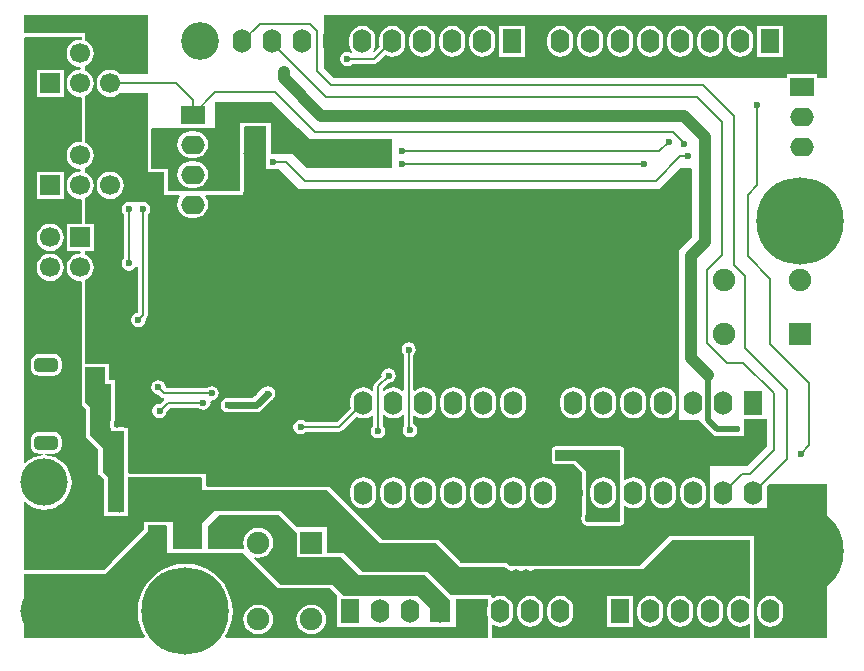
<source format=gbl>
%FSLAX44Y44*%
%MOMM*%
G71*
G01*
G75*
G04 Layer_Physical_Order=2*
G04 Layer_Color=16711680*
%ADD10R,2.5000X2.6000*%
%ADD11R,2.7000X2.0000*%
%ADD12R,1.6000X3.0000*%
%ADD13R,1.3000X0.7000*%
%ADD14R,0.9000X1.3000*%
%ADD15R,0.7000X1.3000*%
%ADD16R,1.5000X0.5000*%
%ADD17R,0.5000X1.5000*%
%ADD18R,1.3000X0.9000*%
%ADD19R,0.8000X0.8000*%
%ADD20R,0.5588X0.6858*%
%ADD21R,0.6858X0.5588*%
%ADD22C,1.0160*%
%ADD23R,1.4000X1.6000*%
%ADD24R,1.9000X1.9000*%
%ADD25R,1.3500X0.4000*%
%ADD26R,1.0000X0.5500*%
%ADD27R,0.5500X1.0000*%
%ADD28R,0.9000X0.6000*%
%ADD29R,0.6000X2.2000*%
%ADD30R,3.5000X2.2000*%
%ADD31R,2.6000X2.5000*%
%ADD32C,0.2000*%
%ADD33C,0.6000*%
%ADD34C,0.8000*%
%ADD35C,0.5000*%
%ADD36C,0.4000*%
%ADD37C,1.0000*%
%ADD38C,0.9000*%
%ADD39R,1.6000X2.0000*%
%ADD40O,1.6000X2.0000*%
%ADD41R,1.7000X1.7000*%
%ADD42C,1.7000*%
%ADD43O,2.0000X1.6000*%
%ADD44R,2.0000X1.6000*%
G04:AMPARAMS|DCode=45|XSize=2mm|YSize=1.2mm|CornerRadius=0.36mm|HoleSize=0mm|Usage=FLASHONLY|Rotation=0.000|XOffset=0mm|YOffset=0mm|HoleType=Round|Shape=RoundedRectangle|*
%AMROUNDEDRECTD45*
21,1,2.0000,0.4800,0,0,0.0*
21,1,1.2800,1.2000,0,0,0.0*
1,1,0.7200,0.6400,-0.2400*
1,1,0.7200,-0.6400,-0.2400*
1,1,0.7200,-0.6400,0.2400*
1,1,0.7200,0.6400,0.2400*
%
%ADD45ROUNDEDRECTD45*%
%ADD46C,4.0000*%
%ADD47C,7.4000*%
%ADD48C,3.2000*%
%ADD49R,1.9000X1.9000*%
%ADD50C,1.9000*%
%ADD51C,0.6000*%
G36*
X72000Y218000D02*
X77000D01*
Y187317D01*
X76348Y186341D01*
X75882Y184000D01*
X76348Y181659D01*
X77000Y180683D01*
Y178000D01*
X81409D01*
X82000Y177882D01*
X82591Y178000D01*
X88000D01*
X88000Y156591D01*
X87882Y156000D01*
X88000Y155409D01*
X88000Y139295D01*
X87941Y139000D01*
X87941Y109059D01*
X84591Y109059D01*
X84296Y109000D01*
X83705Y109000D01*
X83409Y109059D01*
X74957Y109059D01*
X74059Y109957D01*
X74059Y137000D01*
X74059Y137000D01*
X74000Y137296D01*
Y139000D01*
X70000Y143000D01*
X70000Y164000D01*
X59059Y174941D01*
Y185000D01*
X59059Y196000D01*
Y196000D01*
Y196000D01*
X59000Y196295D01*
Y198000D01*
X55059Y201942D01*
Y231970D01*
X72000D01*
Y218000D01*
D02*
G37*
G36*
X234000Y92000D02*
Y82455D01*
X234000Y72270D01*
Y72270D01*
Y72270D01*
X234000Y71000D01*
X234000Y71000D01*
X235270Y71000D01*
X235270D01*
D01*
X240333D01*
X271999Y71000D01*
X284000Y59000D01*
X287000Y56000D01*
X343000D01*
X358000Y41000D01*
X364000Y35000D01*
Y16000D01*
X347000D01*
Y27000D01*
Y28000D01*
X338000Y37000D01*
X336600Y38400D01*
X330921Y38400D01*
X330200Y38495D01*
X329479Y38400D01*
X305522Y38400D01*
X304800Y38495D01*
X304078Y38400D01*
X290400Y38400D01*
X290400Y38400D01*
Y38400D01*
X273600D01*
X267000Y45000D01*
X264000Y48000D01*
X262696D01*
X262400Y48059D01*
X262400Y48059D01*
X250000D01*
X219941Y48059D01*
X197755Y70245D01*
X198510Y71286D01*
X201500Y70892D01*
X204763Y71322D01*
X207804Y72581D01*
X210415Y74585D01*
X212419Y77196D01*
X213678Y80237D01*
X214108Y83500D01*
X213678Y86763D01*
X212419Y89804D01*
X210415Y92415D01*
X207804Y94419D01*
X204763Y95678D01*
X201500Y96108D01*
X198237Y95678D01*
X195196Y94419D01*
X192585Y92415D01*
X190581Y89804D01*
X189322Y86763D01*
X188892Y83500D01*
X189322Y80237D01*
X189722Y79270D01*
X188874Y78000D01*
X188295D01*
X188000Y78059D01*
X188000Y78059D01*
X167721D01*
X167523Y78019D01*
X167322Y78033D01*
X167074Y78000D01*
X166926D01*
X166678Y78033D01*
X166477Y78019D01*
X166279Y78059D01*
X159000D01*
Y98000D01*
X168000Y107000D01*
X219000Y107000D01*
X234000Y92000D01*
D02*
G37*
G36*
X108000Y480000D02*
X84894D01*
X84402Y480642D01*
X82000Y482485D01*
X79202Y483644D01*
X76200Y484039D01*
X73198Y483644D01*
X70400Y482485D01*
X67998Y480642D01*
X66155Y478240D01*
X64996Y475442D01*
X64601Y472440D01*
X64996Y469438D01*
X66155Y466640D01*
X67998Y464238D01*
X68000Y464237D01*
Y464000D01*
X68308D01*
X70400Y462395D01*
X73198Y461236D01*
X76200Y460841D01*
X79202Y461236D01*
X82000Y462395D01*
X84092Y464000D01*
X108000D01*
Y434398D01*
X107941Y434102D01*
X107941Y434102D01*
X107941Y400001D01*
Y400001D01*
X108000Y399705D01*
Y397000D01*
X110708D01*
X111000Y396942D01*
X121941Y396942D01*
Y381898D01*
X121941Y381898D01*
X122000Y381603D01*
Y378000D01*
X125601D01*
X125898Y377941D01*
X125898Y377941D01*
X134781Y377941D01*
X135407Y376671D01*
X134391Y375348D01*
X133283Y372672D01*
X132905Y369800D01*
X133283Y366928D01*
X134391Y364253D01*
X136155Y361955D01*
X138453Y360191D01*
X141128Y359083D01*
X144000Y358705D01*
X148000D01*
X150872Y359083D01*
X153547Y360191D01*
X155845Y361955D01*
X157608Y364253D01*
X158717Y366928D01*
X159095Y369800D01*
X158717Y372672D01*
X157608Y375348D01*
X156593Y376671D01*
X157219Y377941D01*
X186000Y377941D01*
X186296Y378000D01*
X189000D01*
Y380705D01*
X189059Y381000D01*
X189059Y412409D01*
X189000Y412705D01*
Y413006D01*
Y413296D01*
X189059Y413591D01*
Y435059D01*
X189941Y435941D01*
X198409D01*
X198704Y436000D01*
X199296Y436000D01*
X199591Y435941D01*
X208000D01*
X208000Y406591D01*
X207882Y406000D01*
X208000Y405409D01*
Y400000D01*
X213409D01*
X214000Y399883D01*
X214591Y400000D01*
X217000D01*
X219000Y400000D01*
X236000Y383000D01*
X541000Y383000D01*
X559000Y401000D01*
X568102Y401000D01*
X569000Y400102D01*
X569000Y342000D01*
X567000Y340000D01*
X558000Y331000D01*
Y187000D01*
X575000D01*
X588000Y174000D01*
X606409Y174000D01*
X607000Y173883D01*
X607591Y174000D01*
X613000Y174000D01*
Y179409D01*
X613117Y180000D01*
X613000Y180591D01*
Y188000D01*
X632000D01*
Y183000D01*
Y165000D01*
X631000Y164000D01*
X615000Y148000D01*
X584000Y148000D01*
Y113000D01*
X592478D01*
X595250Y112635D01*
X598022Y113000D01*
X617878Y113000D01*
X620650Y112635D01*
X623422Y113000D01*
X632000D01*
Y131312D01*
X633688Y133000D01*
X671000D01*
X683000Y133000D01*
X683000Y3898D01*
X682102Y3000D01*
X622009D01*
X621059Y3898D01*
X621059Y3898D01*
Y14380D01*
X621000Y14675D01*
Y36125D01*
X621059Y36421D01*
X621059Y86000D01*
X621000Y86295D01*
Y89000D01*
X618295D01*
X618000Y89059D01*
X587000Y89059D01*
X552000Y89059D01*
X551704Y89000D01*
X549400D01*
X524459Y64059D01*
X435317Y64059D01*
X435021Y64000D01*
X428979Y64000D01*
X428683Y64059D01*
X427317Y64059D01*
X427021Y64000D01*
X420978D01*
X420684Y64059D01*
X419316D01*
X419022Y64000D01*
X419000D01*
X414160D01*
X412160Y66000D01*
X411083Y66000D01*
X410788Y66059D01*
X375590Y66059D01*
X375294Y66000D01*
X374993Y66000D01*
X374993Y66000D01*
X374706D01*
X374410Y66059D01*
X373941D01*
X354000Y86000D01*
X352298D01*
X352000Y86059D01*
X352000Y86059D01*
X306941Y86059D01*
X272000Y121000D01*
X262000Y131000D01*
X260296D01*
X260000Y131059D01*
X260000Y131059D01*
X231591Y131059D01*
X231296Y131000D01*
X231005Y131000D01*
X231000D01*
X230994D01*
X230704Y131000D01*
X230409Y131059D01*
X160591Y131059D01*
X160296Y131000D01*
X159994D01*
X159705D01*
X159409Y131059D01*
X157957D01*
X157059Y131957D01*
Y133409D01*
X157000Y133705D01*
Y134295D01*
X157059Y134591D01*
X157059Y138102D01*
X157059Y138102D01*
X157000Y138397D01*
Y142000D01*
X153398D01*
X153102Y142059D01*
X153102Y142059D01*
X147296D01*
X147000Y142118D01*
X146705Y142059D01*
X91957Y142059D01*
X91059Y142957D01*
X91059Y155409D01*
X91000Y155704D01*
Y156295D01*
X91059Y156591D01*
X91059Y178000D01*
X91000Y178295D01*
Y181000D01*
X88295D01*
X88000Y181059D01*
X82591D01*
X82296Y181000D01*
X81705D01*
X81409Y181059D01*
X80000D01*
Y186720D01*
Y187021D01*
X80059Y187317D01*
Y218000D01*
X80000Y218295D01*
Y221000D01*
X77295D01*
X77000Y221059D01*
X75059D01*
Y231970D01*
X75000Y232265D01*
Y235000D01*
X72145D01*
X72000Y235029D01*
X55957D01*
X55059Y235927D01*
X55059Y304196D01*
X55039Y304295D01*
X55052Y304396D01*
X55000Y304590D01*
Y305892D01*
X56600Y306555D01*
X59002Y308398D01*
X60845Y310800D01*
X62004Y313598D01*
X62399Y316600D01*
X62004Y319602D01*
X60845Y322400D01*
X59002Y324802D01*
X56600Y326645D01*
X55000Y327308D01*
Y330500D01*
X62300D01*
Y353500D01*
X55957D01*
X55059Y354398D01*
X55059Y373676D01*
X55039Y373775D01*
X55052Y373876D01*
X55000Y374070D01*
Y375372D01*
X56600Y376035D01*
X59002Y377878D01*
X60845Y380280D01*
X62004Y383078D01*
X62399Y386080D01*
X62004Y389082D01*
X60845Y391880D01*
X59002Y394282D01*
X56600Y396125D01*
X55000Y396788D01*
Y400772D01*
X56600Y401435D01*
X59002Y403278D01*
X60845Y405680D01*
X62004Y408478D01*
X62399Y411480D01*
X62004Y414482D01*
X60845Y417280D01*
X59002Y419682D01*
X56600Y421525D01*
X55000Y422188D01*
Y423490D01*
X55052Y423684D01*
X55039Y423785D01*
X55059Y423884D01*
X55059Y460036D01*
X55039Y460135D01*
X55052Y460236D01*
X55000Y460430D01*
Y461732D01*
X56600Y462395D01*
X59002Y464238D01*
X60845Y466640D01*
X62004Y469438D01*
X62399Y472440D01*
X62004Y475442D01*
X60845Y478240D01*
X59002Y480642D01*
X56600Y482485D01*
X55000Y483148D01*
Y487132D01*
X56600Y487795D01*
X59002Y489638D01*
X60845Y492040D01*
X62004Y494838D01*
X62399Y497840D01*
X62004Y500842D01*
X60845Y503640D01*
X59002Y506042D01*
X56600Y507885D01*
X55000Y508548D01*
Y509850D01*
X55052Y510044D01*
X55039Y510145D01*
X55059Y510244D01*
Y512000D01*
X55000Y512295D01*
Y515000D01*
X52295D01*
X52000Y515059D01*
X3898Y515059D01*
X3898Y515059D01*
X3000Y516008D01*
Y530000D01*
X108000D01*
Y480000D01*
D02*
G37*
G36*
X232000Y438000D02*
X235000Y435000D01*
X245000Y425000D01*
X276000Y425000D01*
X315000D01*
Y401898D01*
X314102Y401000D01*
X243000Y401000D01*
X231000Y413000D01*
X212000Y413000D01*
Y439000D01*
X199591D01*
X199000Y439118D01*
X198409Y439000D01*
X186000D01*
Y413591D01*
X185882Y413000D01*
X186000Y412409D01*
X186000Y381000D01*
X125898Y381000D01*
X125000Y381898D01*
Y400000D01*
X123191Y400000D01*
X111000Y400001D01*
X111000Y434102D01*
X111898Y435000D01*
X133000Y435000D01*
Y435000D01*
X159000D01*
Y435000D01*
X159000Y435000D01*
X165000Y435000D01*
X165000Y457000D01*
X213000D01*
X232000Y438000D01*
D02*
G37*
G36*
X683000Y530000D02*
Y477000D01*
X675000D01*
Y480000D01*
X649000D01*
Y477000D01*
X265000D01*
X257000Y485000D01*
X257000Y530000D01*
X683000Y530000D01*
D02*
G37*
G36*
X124000Y83000D02*
Y75000D01*
X140879D01*
X141600Y74905D01*
X142321Y75000D01*
X166279D01*
X167000Y74905D01*
X167721Y75000D01*
X188000D01*
X218000Y45000D01*
X250000Y45000D01*
X262400D01*
X267912Y39488D01*
X268400Y38400D01*
X268400D01*
X268400Y38400D01*
X268400Y13459D01*
Y13421D01*
Y12400D01*
Y12400D01*
X269000Y12400D01*
X269000Y12400D01*
X269670Y12400D01*
X304079D01*
X304800Y12305D01*
X305521Y12400D01*
X329479D01*
X330200Y12305D01*
X330921Y12400D01*
X354879D01*
X355600Y12305D01*
X356321Y12400D01*
X369000D01*
Y36000D01*
X396000D01*
Y31037D01*
X395683Y30272D01*
X395305Y27400D01*
Y23400D01*
X395683Y20528D01*
X396000Y19763D01*
Y3000D01*
X174186D01*
X173565Y4108D01*
X175450Y7184D01*
X177860Y13001D01*
X179330Y19123D01*
X179824Y25400D01*
X179330Y31677D01*
X177860Y37799D01*
X175450Y43616D01*
X172161Y48984D01*
X168072Y53772D01*
X163284Y57861D01*
X157916Y61150D01*
X152099Y63560D01*
X145977Y65030D01*
X139700Y65524D01*
X133423Y65030D01*
X127301Y63560D01*
X121484Y61150D01*
X116116Y57861D01*
X111328Y53772D01*
X107239Y48984D01*
X103949Y43616D01*
X101540Y37799D01*
X100070Y31677D01*
X99576Y25400D01*
X100070Y19123D01*
X101540Y13001D01*
X103949Y7184D01*
X105835Y4108D01*
X105214Y3000D01*
X3000D01*
Y48000D01*
Y57000D01*
X72000D01*
X112000Y97000D01*
X113000Y98000D01*
X124000D01*
Y83000D01*
D02*
G37*
G36*
X52000Y512000D02*
Y510244D01*
X51045Y509407D01*
X50800Y509439D01*
X47798Y509044D01*
X45000Y507885D01*
X42598Y506042D01*
X40755Y503640D01*
X39596Y500842D01*
X39201Y497840D01*
X39596Y494838D01*
X40755Y492040D01*
X42598Y489638D01*
X45000Y487795D01*
X47798Y486636D01*
X50800Y486241D01*
X51467Y485162D01*
Y485118D01*
X50800Y484039D01*
X47798Y483644D01*
X45000Y482485D01*
X42598Y480642D01*
X40755Y478240D01*
X39596Y475442D01*
X39201Y472440D01*
X39596Y469438D01*
X40755Y466640D01*
X42598Y464238D01*
X45000Y462395D01*
X47798Y461236D01*
X50800Y460841D01*
X51045Y460873D01*
X52000Y460036D01*
X52000Y423884D01*
X51045Y423047D01*
X50800Y423079D01*
X47798Y422684D01*
X45000Y421525D01*
X42598Y419682D01*
X40755Y417280D01*
X39596Y414482D01*
X39201Y411480D01*
X39596Y408478D01*
X40755Y405680D01*
X42598Y403278D01*
X45000Y401435D01*
X47798Y400276D01*
X50800Y399881D01*
X51467Y398802D01*
Y398758D01*
X50800Y397679D01*
X47798Y397284D01*
X45000Y396125D01*
X42598Y394282D01*
X40755Y391880D01*
X39596Y389082D01*
X39201Y386080D01*
X39596Y383078D01*
X40755Y380280D01*
X42598Y377878D01*
X45000Y376035D01*
X47798Y374876D01*
X50800Y374481D01*
X51045Y374513D01*
X52000Y373676D01*
X52000Y353500D01*
X39300D01*
Y330500D01*
X50423D01*
X51502Y329396D01*
X51499Y329260D01*
X50800Y328199D01*
X47798Y327804D01*
X45000Y326645D01*
X42598Y324802D01*
X40755Y322400D01*
X39596Y319602D01*
X39201Y316600D01*
X39596Y313598D01*
X40755Y310800D01*
X42598Y308398D01*
X45000Y306555D01*
X47798Y305396D01*
X50800Y305001D01*
X51045Y305033D01*
X52000Y304196D01*
X52000Y200000D01*
X56000Y196000D01*
X56000Y185000D01*
Y173000D01*
X60000Y169000D01*
X66000Y163000D01*
Y153000D01*
Y142000D01*
X67000Y141000D01*
X71000Y137000D01*
X71000Y106000D01*
X83409Y106000D01*
X84000Y105883D01*
X84591Y106000D01*
X91000Y106000D01*
X91000Y139000D01*
X153102Y139000D01*
X154000Y138102D01*
X154000Y134591D01*
X153883Y134000D01*
X154000Y133410D01*
X154000Y128000D01*
X159409D01*
X160000Y127882D01*
X160591Y128000D01*
X230409Y128000D01*
X231000Y127882D01*
X231591Y128000D01*
X260000Y128000D01*
X305000Y83000D01*
X352000Y83000D01*
X372000Y63000D01*
X374410Y63000D01*
X375000Y62882D01*
X375590Y63000D01*
X410788Y63000D01*
X411674Y61674D01*
X413659Y60348D01*
X416000Y59882D01*
X418341Y60348D01*
X419316Y61000D01*
X420684D01*
X421659Y60348D01*
X424000Y59882D01*
X426341Y60348D01*
X427317Y61000D01*
X428683Y61000D01*
X429659Y60348D01*
X432000Y59882D01*
X434341Y60348D01*
X435317Y61000D01*
X527000Y61000D01*
X552000Y86000D01*
X587000Y86000D01*
X618000Y86000D01*
X618000Y36421D01*
X616730Y35794D01*
X615147Y37009D01*
X612472Y38117D01*
X609600Y38495D01*
X606728Y38117D01*
X604053Y37009D01*
X601755Y35245D01*
X599991Y32947D01*
X598883Y30272D01*
X598505Y27400D01*
Y23400D01*
X598883Y20528D01*
X599991Y17852D01*
X601755Y15555D01*
X604053Y13792D01*
X606728Y12683D01*
X609600Y12305D01*
X612472Y12683D01*
X615147Y13792D01*
X616730Y15006D01*
X618000Y14380D01*
Y3898D01*
X617102Y3000D01*
X400329Y3000D01*
X399059Y3000D01*
Y13732D01*
X400198Y14294D01*
X400853Y13792D01*
X403528Y12683D01*
X406400Y12305D01*
X409272Y12683D01*
X411947Y13792D01*
X414245Y15555D01*
X416008Y17852D01*
X417117Y20528D01*
X417495Y23400D01*
Y27400D01*
X417117Y30272D01*
X416008Y32947D01*
X414245Y35245D01*
X411947Y37009D01*
X409272Y38117D01*
X406400Y38495D01*
X403528Y38117D01*
X400853Y37009D01*
X400270Y36562D01*
X399000Y37188D01*
Y39000D01*
X396296D01*
X396000Y39059D01*
X369000D01*
X368704Y39000D01*
X365000D01*
X360000Y44000D01*
X345000Y59000D01*
X343296D01*
X343000Y59059D01*
X343000Y59059D01*
X289941D01*
X281000Y68000D01*
X274000Y75000D01*
X260000D01*
X260000Y97000D01*
X234000D01*
X230000Y101000D01*
X221000Y110000D01*
X219297D01*
X219000Y110059D01*
X219000Y110059D01*
X168000Y110059D01*
X167705Y110000D01*
X164000D01*
X159000Y105000D01*
X154000Y100000D01*
Y92000D01*
Y78059D01*
X142321D01*
X142123Y78019D01*
X141922Y78033D01*
X141674Y78000D01*
X141526D01*
X141278Y78033D01*
X141077Y78019D01*
X140879Y78059D01*
X129000D01*
Y101000D01*
X124296D01*
X124000Y101059D01*
X113000D01*
X113000Y101059D01*
X112704Y101000D01*
X105200D01*
Y94700D01*
X77500Y67000D01*
X70559Y60059D01*
X3000D01*
Y117618D01*
X4270Y118038D01*
X7480Y115404D01*
X11476Y113268D01*
X15811Y111953D01*
X20320Y111509D01*
X24829Y111953D01*
X29164Y113268D01*
X33160Y115404D01*
X36662Y118278D01*
X39536Y121780D01*
X41672Y125776D01*
X42987Y130111D01*
X43431Y134620D01*
X42987Y139129D01*
X41672Y143464D01*
X39536Y147460D01*
X36662Y150962D01*
X33160Y153836D01*
X29164Y155972D01*
X24829Y157287D01*
X20973Y157667D01*
X20956Y158587D01*
X22078Y158943D01*
X28400D01*
X30123Y159170D01*
X31728Y159835D01*
X33107Y160893D01*
X34165Y162271D01*
X34830Y163877D01*
X35057Y165600D01*
Y170400D01*
X34830Y172123D01*
X34165Y173729D01*
X33107Y175107D01*
X31728Y176165D01*
X30123Y176830D01*
X28400Y177057D01*
X15600D01*
X13877Y176830D01*
X12271Y176165D01*
X10893Y175107D01*
X9835Y173729D01*
X9170Y172123D01*
X8943Y170400D01*
Y165600D01*
X9170Y163877D01*
X9835Y162271D01*
X10893Y160893D01*
X12271Y159835D01*
X13877Y159170D01*
X15600Y158943D01*
X18562D01*
X19684Y158587D01*
X19667Y157667D01*
X15811Y157287D01*
X11476Y155972D01*
X7480Y153836D01*
X4270Y151202D01*
X3000Y151622D01*
Y511102D01*
X3898Y512000D01*
X52000Y512000D01*
D02*
G37*
%LPC*%
G36*
X442850Y138825D02*
X439978Y138447D01*
X437303Y137338D01*
X435005Y135575D01*
X433242Y133278D01*
X432133Y130602D01*
X431755Y127730D01*
Y123730D01*
X432133Y120858D01*
X433242Y118182D01*
X435005Y115885D01*
X437303Y114122D01*
X439978Y113013D01*
X442850Y112635D01*
X445722Y113013D01*
X448397Y114122D01*
X450695Y115885D01*
X452458Y118182D01*
X453567Y120858D01*
X453945Y123730D01*
Y127730D01*
X453567Y130602D01*
X452458Y133278D01*
X450695Y135575D01*
X448397Y137338D01*
X445722Y138447D01*
X442850Y138825D01*
D02*
G37*
G36*
X508000Y165059D02*
X453000D01*
X451829Y164826D01*
X450837Y164163D01*
X450174Y163171D01*
X449941Y162000D01*
Y157296D01*
X449883Y157000D01*
X449941Y156705D01*
Y153000D01*
X450174Y151830D01*
X450837Y150837D01*
X451829Y150174D01*
X453000Y149941D01*
X468733D01*
X472837Y145837D01*
X472837Y145837D01*
X475941Y142733D01*
X475941Y130350D01*
X475981Y130152D01*
X475967Y129950D01*
X476286Y127529D01*
Y123931D01*
X475967Y121509D01*
X475981Y121308D01*
X475941Y121110D01*
X475941Y107229D01*
X475348Y106341D01*
X474883Y104000D01*
X475348Y101659D01*
X476674Y99674D01*
X477348Y99224D01*
X477735Y98837D01*
X478727Y98174D01*
X479898Y97941D01*
X479898Y97941D01*
X480705D01*
X481000Y97882D01*
X481295Y97941D01*
X508000D01*
X509170Y98174D01*
X510163Y98837D01*
X510826Y99829D01*
X511059Y101000D01*
Y114396D01*
X512329Y115022D01*
X513503Y114122D01*
X516178Y113013D01*
X519050Y112635D01*
X521922Y113013D01*
X524598Y114122D01*
X526895Y115885D01*
X528658Y118182D01*
X529767Y120858D01*
X530145Y123730D01*
Y127730D01*
X529767Y130602D01*
X528658Y133278D01*
X526895Y135575D01*
X524598Y137338D01*
X521922Y138447D01*
X519050Y138825D01*
X516178Y138447D01*
X513503Y137338D01*
X512329Y136438D01*
X511059Y137064D01*
Y162000D01*
X510826Y163171D01*
X510163Y164163D01*
X509170Y164826D01*
X508000Y165059D01*
D02*
G37*
G36*
X417450Y138825D02*
X414578Y138447D01*
X411903Y137338D01*
X409605Y135575D01*
X407842Y133278D01*
X406733Y130602D01*
X406355Y127730D01*
Y123730D01*
X406733Y120858D01*
X407842Y118182D01*
X409605Y115885D01*
X411903Y114122D01*
X414578Y113013D01*
X417450Y112635D01*
X420322Y113013D01*
X422998Y114122D01*
X425295Y115885D01*
X427058Y118182D01*
X428167Y120858D01*
X428545Y123730D01*
Y127730D01*
X428167Y130602D01*
X427058Y133278D01*
X425295Y135575D01*
X422998Y137338D01*
X420322Y138447D01*
X417450Y138825D01*
D02*
G37*
G36*
X392050D02*
X389178Y138447D01*
X386503Y137338D01*
X384205Y135575D01*
X382442Y133278D01*
X381333Y130602D01*
X380955Y127730D01*
Y123730D01*
X381333Y120858D01*
X382442Y118182D01*
X384205Y115885D01*
X386503Y114122D01*
X389178Y113013D01*
X392050Y112635D01*
X394922Y113013D01*
X397598Y114122D01*
X399895Y115885D01*
X401659Y118182D01*
X402767Y120858D01*
X403145Y123730D01*
Y127730D01*
X402767Y130602D01*
X401659Y133278D01*
X399895Y135575D01*
X397598Y137338D01*
X394922Y138447D01*
X392050Y138825D01*
D02*
G37*
G36*
X366650D02*
X363778Y138447D01*
X361103Y137338D01*
X358805Y135575D01*
X357042Y133278D01*
X355933Y130602D01*
X355555Y127730D01*
Y123730D01*
X355933Y120858D01*
X357042Y118182D01*
X358805Y115885D01*
X361103Y114122D01*
X363778Y113013D01*
X366650Y112635D01*
X369522Y113013D01*
X372197Y114122D01*
X374495Y115885D01*
X376259Y118182D01*
X377367Y120858D01*
X377745Y123730D01*
Y127730D01*
X377367Y130602D01*
X376259Y133278D01*
X374495Y135575D01*
X372197Y137338D01*
X369522Y138447D01*
X366650Y138825D01*
D02*
G37*
G36*
X417450Y215025D02*
X414578Y214647D01*
X411903Y213538D01*
X409605Y211775D01*
X407842Y209478D01*
X406733Y206802D01*
X406355Y203930D01*
Y199930D01*
X406733Y197058D01*
X407842Y194382D01*
X409605Y192085D01*
X411903Y190322D01*
X414578Y189213D01*
X417450Y188835D01*
X420322Y189213D01*
X422998Y190322D01*
X425295Y192085D01*
X427058Y194382D01*
X428167Y197058D01*
X428545Y199930D01*
Y203930D01*
X428167Y206802D01*
X427058Y209478D01*
X425295Y211775D01*
X422998Y213538D01*
X420322Y214647D01*
X417450Y215025D01*
D02*
G37*
G36*
X468250D02*
X465378Y214647D01*
X462703Y213538D01*
X460405Y211775D01*
X458642Y209478D01*
X457533Y206802D01*
X457155Y203930D01*
Y199930D01*
X457533Y197058D01*
X458642Y194382D01*
X460405Y192085D01*
X462703Y190322D01*
X465378Y189213D01*
X468250Y188835D01*
X471122Y189213D01*
X473797Y190322D01*
X476095Y192085D01*
X477859Y194382D01*
X478967Y197058D01*
X479345Y199930D01*
Y203930D01*
X478967Y206802D01*
X477859Y209478D01*
X476095Y211775D01*
X473797Y213538D01*
X471122Y214647D01*
X468250Y215025D01*
D02*
G37*
G36*
X493650D02*
X490778Y214647D01*
X488103Y213538D01*
X485805Y211775D01*
X484042Y209478D01*
X482933Y206802D01*
X482555Y203930D01*
Y199930D01*
X482933Y197058D01*
X484042Y194382D01*
X485805Y192085D01*
X488103Y190322D01*
X490778Y189213D01*
X493650Y188835D01*
X496522Y189213D01*
X499198Y190322D01*
X501495Y192085D01*
X503259Y194382D01*
X504367Y197058D01*
X504745Y199930D01*
Y203930D01*
X504367Y206802D01*
X503259Y209478D01*
X501495Y211775D01*
X499198Y213538D01*
X496522Y214647D01*
X493650Y215025D01*
D02*
G37*
G36*
X392050D02*
X389178Y214647D01*
X386503Y213538D01*
X384205Y211775D01*
X382442Y209478D01*
X381333Y206802D01*
X380955Y203930D01*
Y199930D01*
X381333Y197058D01*
X382442Y194382D01*
X384205Y192085D01*
X386503Y190322D01*
X389178Y189213D01*
X392050Y188835D01*
X394922Y189213D01*
X397598Y190322D01*
X399895Y192085D01*
X401659Y194382D01*
X402767Y197058D01*
X403145Y199930D01*
Y203930D01*
X402767Y206802D01*
X401659Y209478D01*
X399895Y211775D01*
X397598Y213538D01*
X394922Y214647D01*
X392050Y215025D01*
D02*
G37*
G36*
X544450Y138825D02*
X541578Y138447D01*
X538903Y137338D01*
X536605Y135575D01*
X534842Y133278D01*
X533733Y130602D01*
X533355Y127730D01*
Y123730D01*
X533733Y120858D01*
X534842Y118182D01*
X536605Y115885D01*
X538903Y114122D01*
X541578Y113013D01*
X544450Y112635D01*
X547322Y113013D01*
X549997Y114122D01*
X552295Y115885D01*
X554058Y118182D01*
X555167Y120858D01*
X555545Y123730D01*
Y127730D01*
X555167Y130602D01*
X554058Y133278D01*
X552295Y135575D01*
X549997Y137338D01*
X547322Y138447D01*
X544450Y138825D01*
D02*
G37*
G36*
X569850D02*
X566978Y138447D01*
X564303Y137338D01*
X562005Y135575D01*
X560242Y133278D01*
X559133Y130602D01*
X558755Y127730D01*
Y123730D01*
X559133Y120858D01*
X560242Y118182D01*
X562005Y115885D01*
X564303Y114122D01*
X566978Y113013D01*
X569850Y112635D01*
X572722Y113013D01*
X575397Y114122D01*
X577695Y115885D01*
X579459Y118182D01*
X580567Y120858D01*
X580945Y123730D01*
Y127730D01*
X580567Y130602D01*
X579459Y133278D01*
X577695Y135575D01*
X575397Y137338D01*
X572722Y138447D01*
X569850Y138825D01*
D02*
G37*
G36*
X366650Y215025D02*
X363778Y214647D01*
X361103Y213538D01*
X358805Y211775D01*
X357042Y209478D01*
X355933Y206802D01*
X355555Y203930D01*
Y199930D01*
X355933Y197058D01*
X357042Y194382D01*
X358805Y192085D01*
X361103Y190322D01*
X363778Y189213D01*
X366650Y188835D01*
X369522Y189213D01*
X372197Y190322D01*
X374495Y192085D01*
X376259Y194382D01*
X377367Y197058D01*
X377745Y199930D01*
Y203930D01*
X377367Y206802D01*
X376259Y209478D01*
X374495Y211775D01*
X372197Y213538D01*
X369522Y214647D01*
X366650Y215025D01*
D02*
G37*
G36*
X584200Y38495D02*
X581328Y38117D01*
X578653Y37009D01*
X576355Y35245D01*
X574591Y32947D01*
X573483Y30272D01*
X573105Y27400D01*
Y23400D01*
X573483Y20528D01*
X574591Y17852D01*
X576355Y15555D01*
X578653Y13792D01*
X581328Y12683D01*
X584200Y12305D01*
X587072Y12683D01*
X589747Y13792D01*
X592045Y15555D01*
X593809Y17852D01*
X594917Y20528D01*
X595295Y23400D01*
Y27400D01*
X594917Y30272D01*
X593809Y32947D01*
X592045Y35245D01*
X589747Y37009D01*
X587072Y38117D01*
X584200Y38495D01*
D02*
G37*
G36*
X635000D02*
X632128Y38117D01*
X629453Y37009D01*
X627155Y35245D01*
X625392Y32947D01*
X624283Y30272D01*
X623905Y27400D01*
Y23400D01*
X624283Y20528D01*
X625392Y17852D01*
X627155Y15555D01*
X629453Y13792D01*
X632128Y12683D01*
X635000Y12305D01*
X637872Y12683D01*
X640547Y13792D01*
X642845Y15555D01*
X644609Y17852D01*
X645717Y20528D01*
X646095Y23400D01*
Y27400D01*
X645717Y30272D01*
X644609Y32947D01*
X642845Y35245D01*
X640547Y37009D01*
X637872Y38117D01*
X635000Y38495D01*
D02*
G37*
G36*
X519000Y38400D02*
X497000D01*
Y12400D01*
X519000D01*
Y38400D01*
D02*
G37*
G36*
X457200Y38495D02*
X454328Y38117D01*
X451653Y37009D01*
X449355Y35245D01*
X447592Y32947D01*
X446483Y30272D01*
X446105Y27400D01*
Y23400D01*
X446483Y20528D01*
X447592Y17852D01*
X449355Y15555D01*
X451653Y13792D01*
X454328Y12683D01*
X457200Y12305D01*
X460072Y12683D01*
X462747Y13792D01*
X465045Y15555D01*
X466809Y17852D01*
X467917Y20528D01*
X468295Y23400D01*
Y27400D01*
X467917Y30272D01*
X466809Y32947D01*
X465045Y35245D01*
X462747Y37009D01*
X460072Y38117D01*
X457200Y38495D01*
D02*
G37*
G36*
X533400D02*
X530528Y38117D01*
X527853Y37009D01*
X525555Y35245D01*
X523792Y32947D01*
X522683Y30272D01*
X522305Y27400D01*
Y23400D01*
X522683Y20528D01*
X523792Y17852D01*
X525555Y15555D01*
X527853Y13792D01*
X530528Y12683D01*
X533400Y12305D01*
X536272Y12683D01*
X538947Y13792D01*
X541245Y15555D01*
X543008Y17852D01*
X544117Y20528D01*
X544495Y23400D01*
Y27400D01*
X544117Y30272D01*
X543008Y32947D01*
X541245Y35245D01*
X538947Y37009D01*
X536272Y38117D01*
X533400Y38495D01*
D02*
G37*
G36*
X558800D02*
X555928Y38117D01*
X553253Y37009D01*
X550955Y35245D01*
X549192Y32947D01*
X548083Y30272D01*
X547705Y27400D01*
Y23400D01*
X548083Y20528D01*
X549192Y17852D01*
X550955Y15555D01*
X553253Y13792D01*
X555928Y12683D01*
X558800Y12305D01*
X561672Y12683D01*
X564347Y13792D01*
X566645Y15555D01*
X568409Y17852D01*
X569517Y20528D01*
X569895Y23400D01*
Y27400D01*
X569517Y30272D01*
X568409Y32947D01*
X566645Y35245D01*
X564347Y37009D01*
X561672Y38117D01*
X558800Y38495D01*
D02*
G37*
G36*
X201500Y31108D02*
X198237Y30678D01*
X195196Y29419D01*
X192585Y27415D01*
X190581Y24804D01*
X189322Y21763D01*
X188892Y18500D01*
X189322Y15237D01*
X190581Y12196D01*
X192585Y9585D01*
X195196Y7581D01*
X198237Y6322D01*
X201500Y5892D01*
X204763Y6322D01*
X207804Y7581D01*
X210415Y9585D01*
X212419Y12196D01*
X213678Y15237D01*
X214108Y18500D01*
X213678Y21763D01*
X212419Y24804D01*
X210415Y27415D01*
X207804Y29419D01*
X204763Y30678D01*
X201500Y31108D01*
D02*
G37*
G36*
X315850Y138825D02*
X312978Y138447D01*
X310303Y137338D01*
X308005Y135575D01*
X306242Y133278D01*
X305133Y130602D01*
X304755Y127730D01*
Y123730D01*
X305133Y120858D01*
X306242Y118182D01*
X308005Y115885D01*
X310303Y114122D01*
X312978Y113013D01*
X315850Y112635D01*
X318722Y113013D01*
X321398Y114122D01*
X323695Y115885D01*
X325458Y118182D01*
X326567Y120858D01*
X326945Y123730D01*
Y127730D01*
X326567Y130602D01*
X325458Y133278D01*
X323695Y135575D01*
X321398Y137338D01*
X318722Y138447D01*
X315850Y138825D01*
D02*
G37*
G36*
X341250D02*
X338378Y138447D01*
X335703Y137338D01*
X333405Y135575D01*
X331642Y133278D01*
X330533Y130602D01*
X330155Y127730D01*
Y123730D01*
X330533Y120858D01*
X331642Y118182D01*
X333405Y115885D01*
X335703Y114122D01*
X338378Y113013D01*
X341250Y112635D01*
X344122Y113013D01*
X346797Y114122D01*
X349095Y115885D01*
X350858Y118182D01*
X351967Y120858D01*
X352345Y123730D01*
Y127730D01*
X351967Y130602D01*
X350858Y133278D01*
X349095Y135575D01*
X346797Y137338D01*
X344122Y138447D01*
X341250Y138825D01*
D02*
G37*
G36*
X431800Y38495D02*
X428928Y38117D01*
X426253Y37009D01*
X423955Y35245D01*
X422192Y32947D01*
X421083Y30272D01*
X420705Y27400D01*
Y23400D01*
X421083Y20528D01*
X422192Y17852D01*
X423955Y15555D01*
X426253Y13792D01*
X428928Y12683D01*
X431800Y12305D01*
X434672Y12683D01*
X437347Y13792D01*
X439645Y15555D01*
X441409Y17852D01*
X442517Y20528D01*
X442895Y23400D01*
Y27400D01*
X442517Y30272D01*
X441409Y32947D01*
X439645Y35245D01*
X437347Y37009D01*
X434672Y38117D01*
X431800Y38495D01*
D02*
G37*
G36*
X246500Y31108D02*
X243237Y30678D01*
X240196Y29419D01*
X237585Y27415D01*
X235581Y24804D01*
X234322Y21763D01*
X233892Y18500D01*
X234322Y15237D01*
X235581Y12196D01*
X237585Y9585D01*
X240196Y7581D01*
X243237Y6322D01*
X246500Y5892D01*
X249763Y6322D01*
X252804Y7581D01*
X255415Y9585D01*
X257419Y12196D01*
X258678Y15237D01*
X259108Y18500D01*
X258678Y21763D01*
X257419Y24804D01*
X255415Y27415D01*
X252804Y29419D01*
X249763Y30678D01*
X246500Y31108D01*
D02*
G37*
G36*
X290450Y138825D02*
X287578Y138447D01*
X284903Y137338D01*
X282605Y135575D01*
X280842Y133278D01*
X279733Y130602D01*
X279355Y127730D01*
Y123730D01*
X279733Y120858D01*
X280842Y118182D01*
X282605Y115885D01*
X284903Y114122D01*
X287578Y113013D01*
X290450Y112635D01*
X293322Y113013D01*
X295998Y114122D01*
X298295Y115885D01*
X300058Y118182D01*
X301167Y120858D01*
X301545Y123730D01*
Y127730D01*
X301167Y130602D01*
X300058Y133278D01*
X298295Y135575D01*
X295998Y137338D01*
X293322Y138447D01*
X290450Y138825D01*
D02*
G37*
G36*
X457200Y521095D02*
X454328Y520717D01*
X451653Y519608D01*
X449355Y517845D01*
X447592Y515547D01*
X446483Y512872D01*
X446105Y510000D01*
Y506000D01*
X446483Y503128D01*
X447592Y500452D01*
X449355Y498155D01*
X451653Y496391D01*
X454328Y495283D01*
X457200Y494905D01*
X460072Y495283D01*
X462747Y496391D01*
X465045Y498155D01*
X466809Y500452D01*
X467917Y503128D01*
X468295Y506000D01*
Y510000D01*
X467917Y512872D01*
X466809Y515547D01*
X465045Y517845D01*
X462747Y519608D01*
X460072Y520717D01*
X457200Y521095D01*
D02*
G37*
G36*
X482600D02*
X479728Y520717D01*
X477053Y519608D01*
X474755Y517845D01*
X472991Y515547D01*
X471883Y512872D01*
X471505Y510000D01*
Y506000D01*
X471883Y503128D01*
X472991Y500452D01*
X474755Y498155D01*
X477053Y496391D01*
X479728Y495283D01*
X482600Y494905D01*
X485472Y495283D01*
X488147Y496391D01*
X490445Y498155D01*
X492209Y500452D01*
X493317Y503128D01*
X493695Y506000D01*
Y510000D01*
X493317Y512872D01*
X492209Y515547D01*
X490445Y517845D01*
X488147Y519608D01*
X485472Y520717D01*
X482600Y521095D01*
D02*
G37*
G36*
X508000D02*
X505128Y520717D01*
X502453Y519608D01*
X500155Y517845D01*
X498391Y515547D01*
X497283Y512872D01*
X496905Y510000D01*
Y506000D01*
X497283Y503128D01*
X498391Y500452D01*
X500155Y498155D01*
X502453Y496391D01*
X505128Y495283D01*
X508000Y494905D01*
X510872Y495283D01*
X513547Y496391D01*
X515845Y498155D01*
X517608Y500452D01*
X518717Y503128D01*
X519095Y506000D01*
Y510000D01*
X518717Y512872D01*
X517608Y515547D01*
X515845Y517845D01*
X513547Y519608D01*
X510872Y520717D01*
X508000Y521095D01*
D02*
G37*
G36*
X391160D02*
X388288Y520717D01*
X385613Y519608D01*
X383315Y517845D01*
X381552Y515547D01*
X380443Y512872D01*
X380065Y510000D01*
Y506000D01*
X380443Y503128D01*
X381552Y500452D01*
X383315Y498155D01*
X385613Y496391D01*
X388288Y495283D01*
X391160Y494905D01*
X394032Y495283D01*
X396707Y496391D01*
X399005Y498155D01*
X400769Y500452D01*
X401877Y503128D01*
X402255Y506000D01*
Y510000D01*
X401877Y512872D01*
X400769Y515547D01*
X399005Y517845D01*
X396707Y519608D01*
X394032Y520717D01*
X391160Y521095D01*
D02*
G37*
G36*
X36900Y483940D02*
X13900D01*
Y460940D01*
X36900D01*
Y483940D01*
D02*
G37*
G36*
X340360Y521095D02*
X337488Y520717D01*
X334813Y519608D01*
X332515Y517845D01*
X330751Y515547D01*
X329643Y512872D01*
X329265Y510000D01*
Y506000D01*
X329643Y503128D01*
X330751Y500452D01*
X332515Y498155D01*
X334813Y496391D01*
X337488Y495283D01*
X340360Y494905D01*
X343232Y495283D01*
X345907Y496391D01*
X348205Y498155D01*
X349968Y500452D01*
X351077Y503128D01*
X351455Y506000D01*
Y510000D01*
X351077Y512872D01*
X349968Y515547D01*
X348205Y517845D01*
X345907Y519608D01*
X343232Y520717D01*
X340360Y521095D01*
D02*
G37*
G36*
X365760D02*
X362888Y520717D01*
X360213Y519608D01*
X357915Y517845D01*
X356152Y515547D01*
X355043Y512872D01*
X354665Y510000D01*
Y506000D01*
X355043Y503128D01*
X356152Y500452D01*
X357915Y498155D01*
X360213Y496391D01*
X362888Y495283D01*
X365760Y494905D01*
X368632Y495283D01*
X371307Y496391D01*
X373605Y498155D01*
X375368Y500452D01*
X376477Y503128D01*
X376855Y506000D01*
Y510000D01*
X376477Y512872D01*
X375368Y515547D01*
X373605Y517845D01*
X371307Y519608D01*
X368632Y520717D01*
X365760Y521095D01*
D02*
G37*
G36*
X427560Y521000D02*
X405560D01*
Y495000D01*
X427560D01*
Y521000D01*
D02*
G37*
G36*
X646000D02*
X624000D01*
Y495000D01*
X646000D01*
Y521000D01*
D02*
G37*
G36*
X314960Y521095D02*
X312088Y520717D01*
X309413Y519608D01*
X307115Y517845D01*
X305352Y515547D01*
X304243Y512872D01*
X303865Y510000D01*
Y506000D01*
X304243Y503128D01*
X304266Y503074D01*
X299007Y497815D01*
X298790Y497874D01*
X298301Y499322D01*
X299168Y500452D01*
X300277Y503128D01*
X300655Y506000D01*
Y510000D01*
X300277Y512872D01*
X299168Y515547D01*
X297405Y517845D01*
X295107Y519608D01*
X292432Y520717D01*
X289560Y521095D01*
X286688Y520717D01*
X284013Y519608D01*
X281715Y517845D01*
X279951Y515547D01*
X278843Y512872D01*
X278465Y510000D01*
Y506000D01*
X278843Y503128D01*
X279951Y500452D01*
X281024Y499055D01*
X280144Y498115D01*
X279341Y498652D01*
X277000Y499118D01*
X274659Y498652D01*
X272674Y497326D01*
X271348Y495341D01*
X270882Y493000D01*
X271348Y490659D01*
X272674Y488674D01*
X274659Y487348D01*
X277000Y486883D01*
X279341Y487348D01*
X281326Y488674D01*
X281491Y488922D01*
X299960D01*
X299960Y488922D01*
X301262Y489181D01*
X301521Y489232D01*
X302844Y490116D01*
X309247Y496519D01*
X309413Y496391D01*
X312088Y495283D01*
X314960Y494905D01*
X317832Y495283D01*
X320507Y496391D01*
X322805Y498155D01*
X324568Y500452D01*
X325677Y503128D01*
X326055Y506000D01*
Y510000D01*
X325677Y512872D01*
X324568Y515547D01*
X322805Y517845D01*
X320507Y519608D01*
X317832Y520717D01*
X314960Y521095D01*
D02*
G37*
G36*
X609600D02*
X606728Y520717D01*
X604053Y519608D01*
X601755Y517845D01*
X599991Y515547D01*
X598883Y512872D01*
X598505Y510000D01*
Y506000D01*
X598883Y503128D01*
X599991Y500452D01*
X601755Y498155D01*
X604053Y496391D01*
X606728Y495283D01*
X609600Y494905D01*
X612472Y495283D01*
X615147Y496391D01*
X617445Y498155D01*
X619208Y500452D01*
X620317Y503128D01*
X620695Y506000D01*
Y510000D01*
X620317Y512872D01*
X619208Y515547D01*
X617445Y517845D01*
X615147Y519608D01*
X612472Y520717D01*
X609600Y521095D01*
D02*
G37*
G36*
X533400D02*
X530528Y520717D01*
X527853Y519608D01*
X525555Y517845D01*
X523792Y515547D01*
X522683Y512872D01*
X522305Y510000D01*
Y506000D01*
X522683Y503128D01*
X523792Y500452D01*
X525555Y498155D01*
X527853Y496391D01*
X530528Y495283D01*
X533400Y494905D01*
X536272Y495283D01*
X538947Y496391D01*
X541245Y498155D01*
X543008Y500452D01*
X544117Y503128D01*
X544495Y506000D01*
Y510000D01*
X544117Y512872D01*
X543008Y515547D01*
X541245Y517845D01*
X538947Y519608D01*
X536272Y520717D01*
X533400Y521095D01*
D02*
G37*
G36*
X558800D02*
X555928Y520717D01*
X553253Y519608D01*
X550955Y517845D01*
X549192Y515547D01*
X548083Y512872D01*
X547705Y510000D01*
Y506000D01*
X548083Y503128D01*
X549192Y500452D01*
X550955Y498155D01*
X553253Y496391D01*
X555928Y495283D01*
X558800Y494905D01*
X561672Y495283D01*
X564347Y496391D01*
X566645Y498155D01*
X568409Y500452D01*
X569517Y503128D01*
X569895Y506000D01*
Y510000D01*
X569517Y512872D01*
X568409Y515547D01*
X566645Y517845D01*
X564347Y519608D01*
X561672Y520717D01*
X558800Y521095D01*
D02*
G37*
G36*
X584200D02*
X581328Y520717D01*
X578653Y519608D01*
X576355Y517845D01*
X574591Y515547D01*
X573483Y512872D01*
X573105Y510000D01*
Y506000D01*
X573483Y503128D01*
X574591Y500452D01*
X576355Y498155D01*
X578653Y496391D01*
X581328Y495283D01*
X584200Y494905D01*
X587072Y495283D01*
X589747Y496391D01*
X592045Y498155D01*
X593809Y500452D01*
X594917Y503128D01*
X595295Y506000D01*
Y510000D01*
X594917Y512872D01*
X593809Y515547D01*
X592045Y517845D01*
X589747Y519608D01*
X587072Y520717D01*
X584200Y521095D01*
D02*
G37*
G36*
X329000Y253118D02*
X326659Y252652D01*
X324674Y251326D01*
X323348Y249341D01*
X322882Y247000D01*
X323348Y244659D01*
X324672Y242678D01*
Y212431D01*
X323402Y212001D01*
X321398Y213538D01*
X318722Y214647D01*
X315850Y215025D01*
X312978Y214647D01*
X310303Y213538D01*
X308348Y212039D01*
X307078Y212517D01*
Y214311D01*
X311708Y218941D01*
X312000Y218883D01*
X314341Y219348D01*
X316326Y220674D01*
X317652Y222659D01*
X318118Y225000D01*
X317652Y227341D01*
X316326Y229326D01*
X314341Y230652D01*
X312000Y231117D01*
X309659Y230652D01*
X307674Y229326D01*
X306348Y227341D01*
X305882Y225000D01*
X305940Y224708D01*
X300116Y218884D01*
X299232Y217561D01*
X299181Y217302D01*
X298922Y216000D01*
X298922Y216000D01*
Y212896D01*
X297652Y212269D01*
X295998Y213538D01*
X293322Y214647D01*
X290450Y215025D01*
X287578Y214647D01*
X284903Y213538D01*
X282605Y211775D01*
X280842Y209478D01*
X279733Y206802D01*
X279355Y203930D01*
Y199930D01*
X279733Y197058D01*
X279756Y197003D01*
X268331Y185578D01*
X241991D01*
X241826Y185826D01*
X239841Y187152D01*
X237500Y187618D01*
X235159Y187152D01*
X233174Y185826D01*
X231848Y183841D01*
X231383Y181500D01*
X231848Y179159D01*
X233174Y177174D01*
X235159Y175848D01*
X237500Y175382D01*
X239841Y175848D01*
X241826Y177174D01*
X241991Y177422D01*
X270020D01*
X270020Y177422D01*
X271322Y177681D01*
X271581Y177732D01*
X272904Y178616D01*
X284737Y190449D01*
X284903Y190322D01*
X287578Y189213D01*
X290450Y188835D01*
X293322Y189213D01*
X295998Y190322D01*
X297652Y191591D01*
X298922Y190965D01*
Y182491D01*
X298674Y182326D01*
X297348Y180341D01*
X296882Y178000D01*
X297348Y175659D01*
X298674Y173674D01*
X300659Y172348D01*
X303000Y171882D01*
X305341Y172348D01*
X307326Y173674D01*
X308652Y175659D01*
X309118Y178000D01*
X308652Y180341D01*
X307326Y182326D01*
X307078Y182491D01*
Y191343D01*
X308348Y191821D01*
X310303Y190322D01*
X312978Y189213D01*
X315850Y188835D01*
X318722Y189213D01*
X321398Y190322D01*
X323402Y191859D01*
X324672Y191429D01*
Y181825D01*
X324348Y181341D01*
X323882Y179000D01*
X324348Y176659D01*
X325674Y174674D01*
X327659Y173348D01*
X330000Y172882D01*
X332341Y173348D01*
X334326Y174674D01*
X335652Y176659D01*
X336118Y179000D01*
X335652Y181341D01*
X334326Y183326D01*
X332828Y184326D01*
Y190926D01*
X334098Y191552D01*
X335703Y190322D01*
X338378Y189213D01*
X341250Y188835D01*
X344122Y189213D01*
X346797Y190322D01*
X349095Y192085D01*
X350858Y194382D01*
X351967Y197058D01*
X352345Y199930D01*
Y203930D01*
X351967Y206802D01*
X350858Y209478D01*
X349095Y211775D01*
X346797Y213538D01*
X344122Y214647D01*
X341250Y215025D01*
X338378Y214647D01*
X335703Y213538D01*
X334098Y212308D01*
X332828Y212934D01*
Y242342D01*
X333326Y242674D01*
X334652Y244659D01*
X335117Y247000D01*
X334652Y249341D01*
X333326Y251326D01*
X331341Y252652D01*
X329000Y253118D01*
D02*
G37*
G36*
X28400Y243057D02*
X15600D01*
X13877Y242830D01*
X12271Y242165D01*
X10893Y241107D01*
X9835Y239729D01*
X9170Y238123D01*
X8943Y236400D01*
Y231600D01*
X9170Y229877D01*
X9835Y228272D01*
X10893Y226893D01*
X12271Y225835D01*
X13877Y225170D01*
X15600Y224943D01*
X28400D01*
X30123Y225170D01*
X31728Y225835D01*
X33107Y226893D01*
X34165Y228272D01*
X34830Y229877D01*
X35057Y231600D01*
Y236400D01*
X34830Y238123D01*
X34165Y239729D01*
X33107Y241107D01*
X31728Y242165D01*
X30123Y242830D01*
X28400Y243057D01*
D02*
G37*
G36*
X104000Y372118D02*
X92000D01*
X89659Y371652D01*
X87674Y370326D01*
X86348Y368341D01*
X85883Y366000D01*
X86348Y363659D01*
X87674Y361674D01*
X87922Y361509D01*
Y324491D01*
X87674Y324326D01*
X86348Y322341D01*
X85883Y320000D01*
X86348Y317659D01*
X87674Y315674D01*
X89659Y314348D01*
X92000Y313883D01*
X94341Y314348D01*
X96326Y315674D01*
X97212Y317000D01*
X99922D01*
Y278102D01*
X97659Y277652D01*
X95674Y276326D01*
X94348Y274341D01*
X93883Y272000D01*
X94348Y269659D01*
X95674Y267674D01*
X97659Y266348D01*
X100000Y265882D01*
X102341Y266348D01*
X104326Y267674D01*
X105652Y269659D01*
X106117Y272000D01*
X106060Y272292D01*
X106884Y273116D01*
X106884Y273116D01*
X107768Y274439D01*
X108078Y276000D01*
Y361509D01*
X108326Y361674D01*
X109652Y363659D01*
X110118Y366000D01*
X109652Y368341D01*
X108326Y370326D01*
X106341Y371652D01*
X104000Y372118D01*
D02*
G37*
G36*
X209840Y215898D02*
X209387D01*
X207045Y215432D01*
X205061Y214106D01*
X197073Y206117D01*
X177000D01*
X176500Y206018D01*
X176000Y206117D01*
X173659Y205652D01*
X171674Y204326D01*
X170348Y202341D01*
X169883Y200000D01*
X170348Y197659D01*
X171674Y195674D01*
X173659Y194348D01*
X176000Y193883D01*
X176500Y193982D01*
X177000Y193883D01*
X199607D01*
X201948Y194348D01*
X203932Y195674D01*
X212799Y204541D01*
X214166Y205454D01*
X215492Y207439D01*
X215958Y209780D01*
X215492Y212121D01*
X214166Y214106D01*
X212181Y215432D01*
X209840Y215898D01*
D02*
G37*
G36*
X519050Y215025D02*
X516178Y214647D01*
X513503Y213538D01*
X511205Y211775D01*
X509442Y209478D01*
X508333Y206802D01*
X507955Y203930D01*
Y199930D01*
X508333Y197058D01*
X509442Y194382D01*
X511205Y192085D01*
X513503Y190322D01*
X516178Y189213D01*
X519050Y188835D01*
X521922Y189213D01*
X524598Y190322D01*
X526895Y192085D01*
X528658Y194382D01*
X529767Y197058D01*
X530145Y199930D01*
Y203930D01*
X529767Y206802D01*
X528658Y209478D01*
X526895Y211775D01*
X524598Y213538D01*
X521922Y214647D01*
X519050Y215025D01*
D02*
G37*
G36*
X544450D02*
X541578Y214647D01*
X538903Y213538D01*
X536605Y211775D01*
X534842Y209478D01*
X533733Y206802D01*
X533355Y203930D01*
Y199930D01*
X533733Y197058D01*
X534842Y194382D01*
X536605Y192085D01*
X538903Y190322D01*
X541578Y189213D01*
X544450Y188835D01*
X547322Y189213D01*
X549997Y190322D01*
X552295Y192085D01*
X554058Y194382D01*
X555167Y197058D01*
X555545Y199930D01*
Y203930D01*
X555167Y206802D01*
X554058Y209478D01*
X552295Y211775D01*
X549997Y213538D01*
X547322Y214647D01*
X544450Y215025D01*
D02*
G37*
G36*
X117000Y221117D02*
X114659Y220652D01*
X112674Y219326D01*
X111348Y217341D01*
X110883Y215000D01*
X111348Y212659D01*
X112674Y210674D01*
X114659Y209348D01*
X117000Y208883D01*
X117292Y208941D01*
X119116Y207116D01*
X120439Y206232D01*
X120698Y206181D01*
X121525Y206016D01*
X121793Y205502D01*
X121927Y204819D01*
X121918Y204686D01*
X118292Y201059D01*
X118000Y201117D01*
X115659Y200652D01*
X113674Y199326D01*
X112348Y197341D01*
X111882Y195000D01*
X112348Y192659D01*
X113674Y190674D01*
X115659Y189348D01*
X118000Y188883D01*
X120341Y189348D01*
X122326Y190674D01*
X123652Y192659D01*
X124117Y195000D01*
X124059Y195292D01*
X126689Y197922D01*
X150509D01*
X150674Y197674D01*
X152659Y196348D01*
X155000Y195882D01*
X157341Y196348D01*
X159326Y197674D01*
X160652Y199659D01*
X161117Y202000D01*
X160914Y203022D01*
X161686Y203794D01*
X162037Y203890D01*
X164341Y204348D01*
X166326Y205674D01*
X167652Y207659D01*
X168118Y210000D01*
X167652Y212341D01*
X166326Y214326D01*
X164341Y215652D01*
X162000Y216118D01*
X159659Y215652D01*
X157674Y214326D01*
X157509Y214078D01*
X124050D01*
X123118Y215000D01*
X122652Y217341D01*
X121326Y219326D01*
X119341Y220652D01*
X117000Y221117D01*
D02*
G37*
G36*
X25400Y328199D02*
X22398Y327804D01*
X19600Y326645D01*
X17198Y324802D01*
X15355Y322400D01*
X14196Y319602D01*
X13801Y316600D01*
X14196Y313598D01*
X15355Y310800D01*
X17198Y308398D01*
X19600Y306555D01*
X22398Y305396D01*
X25400Y305001D01*
X28402Y305396D01*
X31200Y306555D01*
X33602Y308398D01*
X35445Y310800D01*
X36604Y313598D01*
X36999Y316600D01*
X36604Y319602D01*
X35445Y322400D01*
X33602Y324802D01*
X31200Y326645D01*
X28402Y327804D01*
X25400Y328199D01*
D02*
G37*
G36*
X148000Y406295D02*
X144000D01*
X141128Y405917D01*
X138453Y404809D01*
X136155Y403045D01*
X134391Y400747D01*
X133283Y398072D01*
X132905Y395200D01*
X133283Y392328D01*
X134391Y389652D01*
X136155Y387355D01*
X138453Y385592D01*
X141128Y384483D01*
X144000Y384105D01*
X148000D01*
X150872Y384483D01*
X153547Y385592D01*
X155845Y387355D01*
X157608Y389652D01*
X158717Y392328D01*
X159095Y395200D01*
X158717Y398072D01*
X157608Y400747D01*
X155845Y403045D01*
X153547Y404809D01*
X150872Y405917D01*
X148000Y406295D01*
D02*
G37*
G36*
X36900Y397580D02*
X13900D01*
Y374580D01*
X36900D01*
Y397580D01*
D02*
G37*
G36*
X76200Y397679D02*
X73198Y397284D01*
X70400Y396125D01*
X67998Y394282D01*
X66155Y391880D01*
X64996Y389082D01*
X64601Y386080D01*
X64996Y383078D01*
X66155Y380280D01*
X67998Y377878D01*
X70400Y376035D01*
X73198Y374876D01*
X76200Y374481D01*
X79202Y374876D01*
X82000Y376035D01*
X84402Y377878D01*
X86245Y380280D01*
X87404Y383078D01*
X87799Y386080D01*
X87404Y389082D01*
X86245Y391880D01*
X84402Y394282D01*
X82000Y396125D01*
X79202Y397284D01*
X76200Y397679D01*
D02*
G37*
G36*
X148000Y431695D02*
X144000D01*
X141128Y431317D01*
X138453Y430209D01*
X136155Y428445D01*
X134391Y426147D01*
X133283Y423472D01*
X132905Y420600D01*
X133283Y417728D01*
X134391Y415052D01*
X136155Y412755D01*
X138453Y410992D01*
X141128Y409883D01*
X144000Y409505D01*
X148000D01*
X150872Y409883D01*
X153547Y410992D01*
X155845Y412755D01*
X157608Y415052D01*
X158717Y417728D01*
X159095Y420600D01*
X158717Y423472D01*
X157608Y426147D01*
X155845Y428445D01*
X153547Y430209D01*
X150872Y431317D01*
X148000Y431695D01*
D02*
G37*
G36*
X25400Y353599D02*
X22398Y353204D01*
X19600Y352045D01*
X17198Y350202D01*
X15355Y347800D01*
X14196Y345002D01*
X13801Y342000D01*
X14196Y338998D01*
X15355Y336200D01*
X17198Y333798D01*
X19600Y331955D01*
X22398Y330796D01*
X25400Y330401D01*
X28402Y330796D01*
X31200Y331955D01*
X33602Y333798D01*
X35445Y336200D01*
X36604Y338998D01*
X36999Y342000D01*
X36604Y345002D01*
X35445Y347800D01*
X33602Y350202D01*
X31200Y352045D01*
X28402Y353204D01*
X25400Y353599D01*
D02*
G37*
%LPD*%
G36*
X508000Y128071D02*
X507955Y127730D01*
Y123730D01*
X508000Y123389D01*
Y101000D01*
X479898D01*
X479000Y101898D01*
X479000Y121110D01*
X479345Y123730D01*
Y127730D01*
X479000Y130350D01*
X479000Y144000D01*
X475000Y148000D01*
X470000Y153000D01*
X453000D01*
Y162000D01*
X508000D01*
Y128071D01*
D02*
G37*
%LPC*%
G36*
X493650Y138825D02*
X490778Y138447D01*
X488103Y137338D01*
X485805Y135575D01*
X484042Y133278D01*
X482933Y130602D01*
X482555Y127730D01*
Y123730D01*
X482933Y120858D01*
X484042Y118182D01*
X485805Y115885D01*
X488103Y114122D01*
X490778Y113013D01*
X493650Y112635D01*
X496522Y113013D01*
X499198Y114122D01*
X501495Y115885D01*
X503259Y118182D01*
X504367Y120858D01*
X504745Y123730D01*
Y127730D01*
X504367Y130602D01*
X503259Y133278D01*
X501495Y135575D01*
X499198Y137338D01*
X496522Y138447D01*
X493650Y138825D01*
D02*
G37*
%LPD*%
D24*
X246500Y83500D02*
D03*
D32*
X213360Y506640D02*
Y508000D01*
Y506640D02*
X259000Y461000D01*
X635000Y252000D02*
X668000Y219000D01*
Y166000D02*
Y219000D01*
X661000Y159000D02*
X668000Y166000D01*
X618000Y142000D02*
X638000Y162000D01*
Y209830D01*
X595250Y125730D02*
X611520Y142000D01*
X618000D01*
X649000Y154080D02*
Y213000D01*
X620650Y125730D02*
X649000Y154080D01*
X614000Y248000D02*
X649000Y213000D01*
X614000Y248000D02*
Y309000D01*
X611830Y236000D02*
X638000Y209830D01*
X598000Y236000D02*
X611830D01*
X573000Y461000D02*
X594000Y440000D01*
Y327000D02*
Y440000D01*
X581500Y314500D02*
X594000Y327000D01*
X259000Y461000D02*
X573000D01*
X245000Y523000D02*
X251260Y516740D01*
X202960Y523000D02*
X245000D01*
X187960Y508000D02*
X202960Y523000D01*
X263000Y471000D02*
X578000D01*
X251260Y482740D02*
X263000Y471000D01*
X251260Y482740D02*
Y516740D01*
X578000Y471000D02*
X604000Y445000D01*
Y319000D02*
Y445000D01*
Y319000D02*
X614000Y309000D01*
X581500Y252500D02*
Y314500D01*
Y252500D02*
X598000Y236000D01*
X328750Y180250D02*
X330000Y179000D01*
X328750Y180250D02*
Y246750D01*
X329000Y247000D01*
X270020Y181500D02*
X290450Y201930D01*
X237500Y181500D02*
X270020D01*
X303000Y178000D02*
Y216000D01*
X553000Y431000D02*
X562000Y422000D01*
X635000Y252000D02*
Y307000D01*
X616000Y326000D02*
X635000Y307000D01*
X92000Y320000D02*
Y366000D01*
X323000Y404000D02*
X528000D01*
X303000Y216000D02*
X312000Y225000D01*
X131560Y472440D02*
X146000Y458000D01*
Y446000D02*
Y458000D01*
X76200Y472440D02*
X131560D01*
X277000Y493000D02*
X299960D01*
X314960Y508000D01*
X146000Y446000D02*
X165000Y465000D01*
X216000D01*
X250000Y431000D01*
X616000Y326000D02*
Y378000D01*
X624000Y386000D01*
Y454000D01*
X562000Y421000D02*
Y422000D01*
X559000Y411000D02*
X565000D01*
X538000Y390000D02*
X559000Y411000D01*
X117000Y215000D02*
X122000Y210000D01*
X162000D01*
X323000Y415000D02*
X541000D01*
X549000Y423000D01*
X125000Y202000D02*
X155000D01*
X118000Y195000D02*
X125000Y202000D01*
X250000Y431000D02*
X553000D01*
X214000Y406000D02*
X225000D01*
X241000Y390000D01*
X538000D01*
X100000Y272000D02*
X104000Y276000D01*
Y366000D01*
D33*
X177000Y200000D02*
X199607D01*
X209387Y209780D01*
X209840D01*
D35*
X582143Y225857D02*
X582350Y225650D01*
Y187650D02*
Y225650D01*
Y187650D02*
X590000Y180000D01*
X607000D01*
X192000Y413000D02*
Y413000D01*
X141600Y88000D02*
Y93600D01*
D36*
X463500Y120980D02*
X468250Y125730D01*
X135000Y168000D02*
X136000Y167000D01*
X406400Y25400D02*
Y31600D01*
X139700Y25400D02*
Y27500D01*
X21000Y233000D02*
X22000Y234000D01*
X660400Y305600D02*
X660500Y305500D01*
X660400Y76200D02*
X678000Y93800D01*
X638000Y378000D02*
X660400Y355600D01*
D37*
X223000Y477000D02*
Y482000D01*
X568000Y240000D02*
Y326280D01*
Y240000D02*
X582143Y225857D01*
X568000Y326280D02*
X580000Y338280D01*
Y427000D01*
X562000Y445000D02*
X580000Y427000D01*
X223000Y477000D02*
X255000Y445000D01*
X562000D01*
D39*
X116200Y88000D02*
D03*
X416560Y508000D02*
D03*
X508000Y25400D02*
D03*
X635000Y508000D02*
D03*
X279400Y25400D02*
D03*
X620650Y201930D02*
D03*
D40*
X141600Y88000D02*
D03*
X167000D02*
D03*
X187960Y508000D02*
D03*
X213360D02*
D03*
X264160D02*
D03*
X238760D02*
D03*
X391160D02*
D03*
X365760D02*
D03*
X340360D02*
D03*
X289560D02*
D03*
X314960D02*
D03*
X533400Y25400D02*
D03*
X558800D02*
D03*
X584200D02*
D03*
X635000D02*
D03*
X609600D02*
D03*
X482600Y508000D02*
D03*
X457200D02*
D03*
X609600D02*
D03*
X584200D02*
D03*
X558800D02*
D03*
X508000D02*
D03*
X533400D02*
D03*
X431800Y25400D02*
D03*
X457200D02*
D03*
X304800D02*
D03*
X330200D02*
D03*
X355600D02*
D03*
X406400D02*
D03*
X381000D02*
D03*
X290450Y125730D02*
D03*
X315850D02*
D03*
X341250D02*
D03*
X366650D02*
D03*
X392050D02*
D03*
X417450D02*
D03*
X442850D02*
D03*
X468250D02*
D03*
X493650D02*
D03*
X519050D02*
D03*
X544450D02*
D03*
X569850D02*
D03*
X595250D02*
D03*
X620650D02*
D03*
X290450Y201930D02*
D03*
X315850D02*
D03*
X341250D02*
D03*
X366650D02*
D03*
X392050D02*
D03*
X417450D02*
D03*
X442850D02*
D03*
X468250D02*
D03*
X493650D02*
D03*
X519050D02*
D03*
X544450D02*
D03*
X569850D02*
D03*
X595250D02*
D03*
D41*
X25400Y386080D02*
D03*
Y472440D02*
D03*
X50800Y342000D02*
D03*
D42*
Y386080D02*
D03*
X76200D02*
D03*
X25400Y411480D02*
D03*
X50800D02*
D03*
X76200D02*
D03*
Y497840D02*
D03*
X50800D02*
D03*
X25400D02*
D03*
X76200Y472440D02*
D03*
X50800D02*
D03*
X25400Y342000D02*
D03*
X50800Y316600D02*
D03*
X25400D02*
D03*
D43*
X146000Y369800D02*
D03*
Y395200D02*
D03*
Y420600D02*
D03*
X662000Y418200D02*
D03*
Y443600D02*
D03*
D44*
X146000Y446000D02*
D03*
X662000Y469000D02*
D03*
D45*
X22000Y168000D02*
D03*
Y234000D02*
D03*
D46*
X20320Y25400D02*
D03*
Y134620D02*
D03*
D47*
X139700Y25400D02*
D03*
X660400Y76200D02*
D03*
Y355600D02*
D03*
D48*
X152400Y508000D02*
D03*
D49*
X660500Y260500D02*
D03*
D50*
X595500D02*
D03*
X660500Y305500D02*
D03*
X595500D02*
D03*
X246500Y18500D02*
D03*
X201500Y83500D02*
D03*
Y18500D02*
D03*
D51*
X84000Y112000D02*
D03*
Y120000D02*
D03*
X59000Y218000D02*
D03*
X137000Y226840D02*
D03*
X405000Y111830D02*
D03*
X397000Y85000D02*
D03*
X233000Y201000D02*
D03*
X221000Y250000D02*
D03*
Y336000D02*
D03*
X135000Y168000D02*
D03*
Y178000D02*
D03*
Y187000D02*
D03*
X208000Y135000D02*
D03*
X231000Y134000D02*
D03*
X192000Y144000D02*
D03*
X444500Y218000D02*
D03*
X463500Y111000D02*
D03*
X473000Y256000D02*
D03*
X375000Y69000D02*
D03*
X323000Y63000D02*
D03*
X160000Y134000D02*
D03*
X176000Y200000D02*
D03*
X209840Y209780D02*
D03*
X51000Y521000D02*
D03*
X60000Y448000D02*
D03*
X104000Y366000D02*
D03*
X92000D02*
D03*
X117000Y415000D02*
D03*
X446000Y49000D02*
D03*
X465000Y44000D02*
D03*
X474000Y88160D02*
D03*
X432000Y66000D02*
D03*
X456000Y157000D02*
D03*
X481000Y104000D02*
D03*
X678000Y125000D02*
D03*
X629000Y170000D02*
D03*
Y185000D02*
D03*
X661000Y159000D02*
D03*
X624000Y454000D02*
D03*
X117000Y215000D02*
D03*
X162000Y210000D02*
D03*
X155000Y202000D02*
D03*
X118000Y195000D02*
D03*
X59000Y226000D02*
D03*
X15000Y290000D02*
D03*
X100000Y272000D02*
D03*
X607000Y180000D02*
D03*
X312000Y225000D02*
D03*
X329000Y247000D02*
D03*
X303000Y178000D02*
D03*
X330000Y179000D02*
D03*
X237500Y181500D02*
D03*
X214000Y406000D02*
D03*
X92000Y320000D02*
D03*
X308000Y418000D02*
D03*
X199000Y433000D02*
D03*
X192000Y413000D02*
D03*
X80000Y291000D02*
D03*
X78000Y249000D02*
D03*
X80000Y226000D02*
D03*
X82000Y184000D02*
D03*
X119000Y174000D02*
D03*
X104000Y156000D02*
D03*
X94000D02*
D03*
X110000Y251000D02*
D03*
X150000Y271000D02*
D03*
X184000Y288000D02*
D03*
X273000Y349000D02*
D03*
X176000Y209000D02*
D03*
X198000Y210000D02*
D03*
X104000Y146000D02*
D03*
X416000Y66000D02*
D03*
X396000Y256000D02*
D03*
X611000Y77000D02*
D03*
X173000Y415000D02*
D03*
X562000Y421000D02*
D03*
X565000Y411000D02*
D03*
X223000Y482000D02*
D03*
X564000Y390000D02*
D03*
Y398000D02*
D03*
X277000Y493000D02*
D03*
X409000Y490000D02*
D03*
X418000D02*
D03*
Y481000D02*
D03*
X409000D02*
D03*
Y371000D02*
D03*
X418000D02*
D03*
Y380000D02*
D03*
X409000D02*
D03*
X528000Y404000D02*
D03*
X323000D02*
D03*
X549000Y423000D02*
D03*
X323000Y415000D02*
D03*
Y71000D02*
D03*
X290000Y65000D02*
D03*
X115000Y156000D02*
D03*
X307000Y90000D02*
D03*
X564000Y381000D02*
D03*
X147000Y136000D02*
D03*
X43220Y284000D02*
D03*
X220500Y438000D02*
D03*
X117000Y406000D02*
D03*
X126000Y410000D02*
D03*
X424000Y66000D02*
D03*
X611000Y68000D02*
D03*
X273000Y253000D02*
D03*
M02*

</source>
